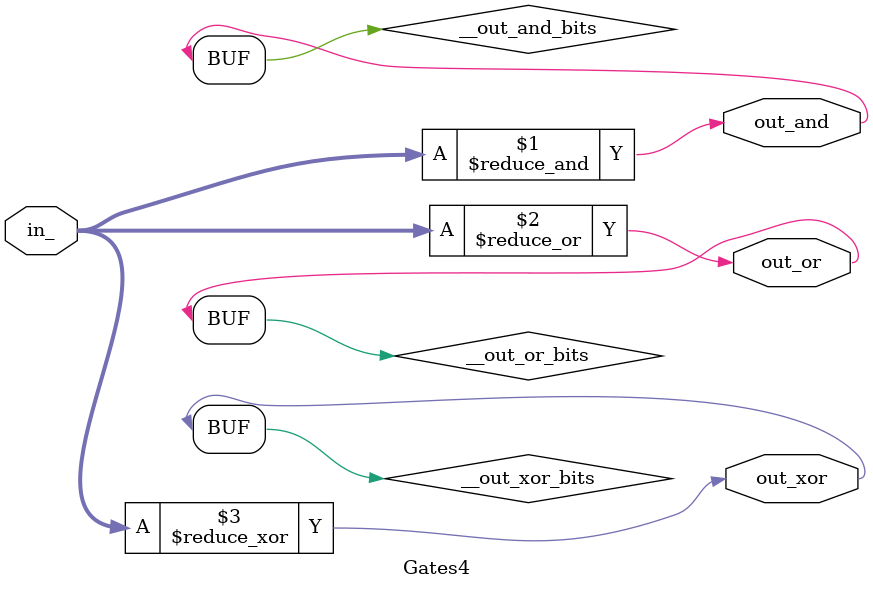
<source format=sv>
module Gates4(
  input  wire [3:0] in_,
  output wire       out_and,
                    out_or,
                    out_xor
);

  // Variables for output ports
  logic __out_and_bits;
  logic __out_or_bits;
  logic __out_xor_bits;

  assign __out_and_bits = &in_;
  assign __out_or_bits = |in_;
  assign __out_xor_bits = ^in_;

  assign out_and = __out_and_bits;
  assign out_or = __out_or_bits;
  assign out_xor = __out_xor_bits;
endmodule

</source>
